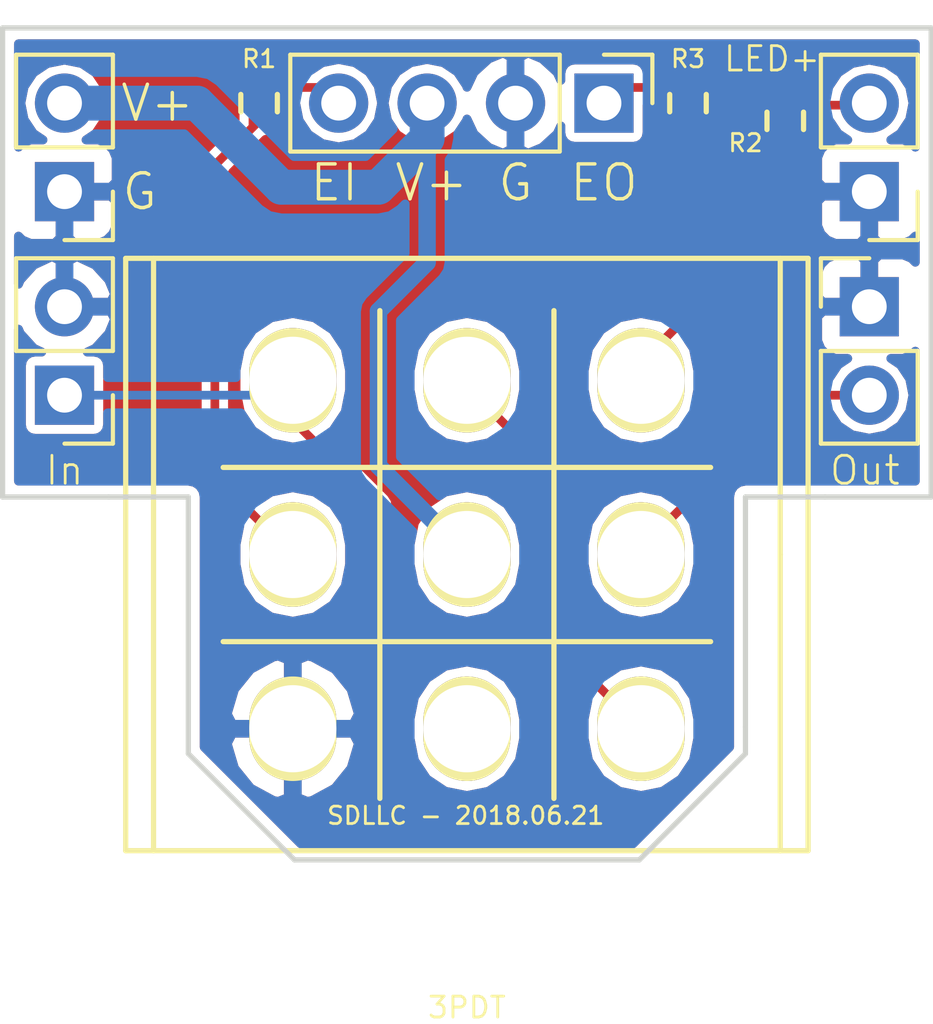
<source format=kicad_pcb>
(kicad_pcb (version 4) (host pcbnew 4.0.5)

  (general
    (links 16)
    (no_connects 0)
    (area 149.022999 86.284999 175.843001 110.311001)
    (thickness 1.6)
    (drawings 23)
    (tracks 38)
    (zones 0)
    (modules 9)
    (nets 11)
  )

  (page A4)
  (layers
    (0 F.Cu signal)
    (31 B.Cu signal)
    (32 B.Adhes user)
    (33 F.Adhes user)
    (34 B.Paste user)
    (35 F.Paste user)
    (36 B.SilkS user)
    (37 F.SilkS user)
    (38 B.Mask user)
    (39 F.Mask user)
    (40 Dwgs.User user)
    (41 Cmts.User user)
    (42 Eco1.User user)
    (43 Eco2.User user)
    (44 Edge.Cuts user)
    (45 Margin user)
    (46 B.CrtYd user)
    (47 F.CrtYd user)
    (48 B.Fab user)
    (49 F.Fab user)
  )

  (setup
    (last_trace_width 0.5)
    (user_trace_width 0.5)
    (user_trace_width 0.75)
    (user_trace_width 1)
    (trace_clearance 0.2)
    (zone_clearance 0.254)
    (zone_45_only no)
    (trace_min 0.2)
    (segment_width 0.2)
    (edge_width 0.15)
    (via_size 0.6)
    (via_drill 0.4)
    (via_min_size 0.4)
    (via_min_drill 0.3)
    (uvia_size 0.3)
    (uvia_drill 0.1)
    (uvias_allowed no)
    (uvia_min_size 0.2)
    (uvia_min_drill 0.1)
    (pcb_text_width 0.3)
    (pcb_text_size 1.5 1.5)
    (mod_edge_width 0.15)
    (mod_text_size 0.6 0.6)
    (mod_text_width 0.08)
    (pad_size 1.524 1.524)
    (pad_drill 0.762)
    (pad_to_mask_clearance 0.2)
    (aux_axis_origin 0 0)
    (visible_elements 7FFEFF7F)
    (pcbplotparams
      (layerselection 0x00030_80000001)
      (usegerberextensions false)
      (excludeedgelayer true)
      (linewidth 0.100000)
      (plotframeref false)
      (viasonmask false)
      (mode 1)
      (useauxorigin false)
      (hpglpennumber 1)
      (hpglpenspeed 20)
      (hpglpendiameter 15)
      (hpglpenoverlay 2)
      (psnegative false)
      (psa4output false)
      (plotreference true)
      (plotvalue true)
      (plotinvisibletext false)
      (padsonsilk false)
      (subtractmaskfromsilk false)
      (outputformat 1)
      (mirror false)
      (drillshape 1)
      (scaleselection 1)
      (outputdirectory ""))
  )

  (net 0 "")
  (net 1 GND)
  (net 2 LED)
  (net 3 Vin)
  (net 4 "Net-(P3-Pad2)")
  (net 5 FX-Out)
  (net 6 FX-In)
  (net 7 "Net-(R1-Pad2)")
  (net 8 "Net-(P4-Pad1)")
  (net 9 "Net-(R2-Pad2)")
  (net 10 "Net-(R3-Pad1)")

  (net_class Default "This is the default net class."
    (clearance 0.2)
    (trace_width 0.25)
    (via_dia 0.6)
    (via_drill 0.4)
    (uvia_dia 0.3)
    (uvia_drill 0.1)
    (add_net FX-In)
    (add_net FX-Out)
    (add_net GND)
    (add_net LED)
    (add_net "Net-(P3-Pad2)")
    (add_net "Net-(P4-Pad1)")
    (add_net "Net-(R1-Pad2)")
    (add_net "Net-(R2-Pad2)")
    (add_net "Net-(R3-Pad1)")
    (add_net Vin)
  )

  (module 3PDT:Switches_Stomp_Switch_3PDT (layer F.Cu) (tedit 5B2C3F5F) (tstamp 593B63ED)
    (at 162.433 101.473)
    (path /593B5BFB)
    (fp_text reference SW1 (at 7.62 8.001) (layer F.SilkS) hide
      (effects (font (size 0.6 0.6) (thickness 0.08)))
    )
    (fp_text value 3PDT (at 0 13) (layer F.SilkS)
      (effects (font (size 0.6 0.6) (thickness 0.08)))
    )
    (fp_line (start 7 2.5) (end -7 2.5) (layer F.SilkS) (width 0.15))
    (fp_line (start -7 -2.5) (end 7 -2.5) (layer F.SilkS) (width 0.15))
    (fp_line (start 2.5 7) (end 2.5 -7) (layer F.SilkS) (width 0.15))
    (fp_line (start -2.5 -7) (end -2.5 7) (layer F.SilkS) (width 0.15))
    (fp_line (start -9 8.5) (end -9.8 8.5) (layer F.SilkS) (width 0.15))
    (fp_line (start -9.8 8.5) (end -9.8 -8.5) (layer F.SilkS) (width 0.15))
    (fp_line (start -9.8 -8.5) (end -9 -8.5) (layer F.SilkS) (width 0.15))
    (fp_line (start 9.8 8.5) (end 9 8.5) (layer F.SilkS) (width 0.15))
    (fp_line (start 9.8 8.5) (end 9.8 -8.5) (layer F.SilkS) (width 0.15))
    (fp_line (start 9.8 -8.5) (end 9 -8.5) (layer F.SilkS) (width 0.15))
    (fp_line (start -9 8.5) (end -9 -8.5) (layer F.SilkS) (width 0.15))
    (fp_line (start -9 -8.5) (end 9 -8.5) (layer F.SilkS) (width 0.15))
    (fp_line (start 9 -8.5) (end 9 0) (layer F.SilkS) (width 0.15))
    (fp_line (start -9 8.5) (end 9 8.5) (layer F.SilkS) (width 0.15))
    (fp_line (start 9 8.5) (end 9 0) (layer F.SilkS) (width 0.15))
    (pad 8 thru_hole oval (at 0 5) (size 2.5 3) (drill 2.5) (layers *.Cu *.Mask F.SilkS))
    (pad 2 thru_hole oval (at 0 -5) (size 2.5 3) (drill 2.5) (layers *.Cu *.Mask F.SilkS)
      (net 9 "Net-(R2-Pad2)"))
    (pad 3 thru_hole oval (at 5 -5) (size 2.5 3) (drill 2.5) (layers *.Cu *.Mask F.SilkS)
      (net 10 "Net-(R3-Pad1)"))
    (pad 9 thru_hole oval (at 5 5) (size 2.5 3) (drill 2.5) (layers *.Cu *.Mask F.SilkS)
      (net 8 "Net-(P4-Pad1)"))
    (pad 7 thru_hole oval (at -5 5) (size 2.5 3) (drill 2.5) (layers *.Cu *.Mask F.SilkS)
      (net 1 GND))
    (pad 1 thru_hole oval (at -5 -5) (size 2.5 3) (drill 2.5) (layers *.Cu *.Mask F.SilkS)
      (net 8 "Net-(P4-Pad1)"))
    (pad 4 thru_hole oval (at -5 0) (size 2.5 3) (drill 2.5) (layers *.Cu *.Mask F.SilkS)
      (net 7 "Net-(R1-Pad2)"))
    (pad 5 thru_hole oval (at 0 0) (size 2.5 3) (drill 2.5) (layers *.Cu *.Mask F.SilkS)
      (net 3 Vin))
    (pad 6 thru_hole oval (at 5 0) (size 2.5 3) (drill 2.5) (layers *.Cu *.Mask F.SilkS)
      (net 4 "Net-(P3-Pad2)"))
  )

  (module Pin_Headers:Pin_Header_Straight_1x02_Pitch2.54mm (layer F.Cu) (tedit 5B2C4112) (tstamp 593B5C15)
    (at 173.99 91.059 180)
    (descr "Through hole straight pin header, 1x02, 2.54mm pitch, single row")
    (tags "Through hole pin header THT 1x02 2.54mm single row")
    (path /593B65D1)
    (fp_text reference P1 (at -2.54 1.143 180) (layer F.SilkS) hide
      (effects (font (size 0.6 0.6) (thickness 0.08)))
    )
    (fp_text value LED (at 0 4.93 180) (layer F.Fab)
      (effects (font (size 0.6 0.6) (thickness 0.08)))
    )
    (fp_line (start -1.27 -1.27) (end -1.27 3.81) (layer F.Fab) (width 0.1))
    (fp_line (start -1.27 3.81) (end 1.27 3.81) (layer F.Fab) (width 0.1))
    (fp_line (start 1.27 3.81) (end 1.27 -1.27) (layer F.Fab) (width 0.1))
    (fp_line (start 1.27 -1.27) (end -1.27 -1.27) (layer F.Fab) (width 0.1))
    (fp_line (start -1.39 1.27) (end -1.39 3.93) (layer F.SilkS) (width 0.12))
    (fp_line (start -1.39 3.93) (end 1.39 3.93) (layer F.SilkS) (width 0.12))
    (fp_line (start 1.39 3.93) (end 1.39 1.27) (layer F.SilkS) (width 0.12))
    (fp_line (start 1.39 1.27) (end -1.39 1.27) (layer F.SilkS) (width 0.12))
    (fp_line (start -1.39 0) (end -1.39 -1.39) (layer F.SilkS) (width 0.12))
    (fp_line (start -1.39 -1.39) (end 0 -1.39) (layer F.SilkS) (width 0.12))
    (fp_line (start -1.6 -1.6) (end -1.6 4.1) (layer F.CrtYd) (width 0.05))
    (fp_line (start -1.6 4.1) (end 1.6 4.1) (layer F.CrtYd) (width 0.05))
    (fp_line (start 1.6 4.1) (end 1.6 -1.6) (layer F.CrtYd) (width 0.05))
    (fp_line (start 1.6 -1.6) (end -1.6 -1.6) (layer F.CrtYd) (width 0.05))
    (pad 1 thru_hole rect (at 0 0 180) (size 1.7 1.7) (drill 1) (layers *.Cu *.Mask)
      (net 1 GND))
    (pad 2 thru_hole oval (at 0 2.54 180) (size 1.7 1.7) (drill 1) (layers *.Cu *.Mask)
      (net 2 LED))
    (model Pin_Headers.3dshapes/Pin_Header_Straight_1x02_Pitch2.54mm.wrl
      (at (xyz 0 -0.05 0))
      (scale (xyz 1 1 1))
      (rotate (xyz 0 0 90))
    )
  )

  (module Pin_Headers:Pin_Header_Straight_1x02_Pitch2.54mm (layer F.Cu) (tedit 5B2C410C) (tstamp 593B5C1B)
    (at 150.876 91.059 180)
    (descr "Through hole straight pin header, 1x02, 2.54mm pitch, single row")
    (tags "Through hole pin header THT 1x02 2.54mm single row")
    (path /593B5C02)
    (fp_text reference P2 (at 2.667 1.143 180) (layer F.SilkS) hide
      (effects (font (size 0.6 0.6) (thickness 0.08)))
    )
    (fp_text value Power (at 0 4.93 180) (layer F.Fab)
      (effects (font (size 0.6 0.6) (thickness 0.08)))
    )
    (fp_line (start -1.27 -1.27) (end -1.27 3.81) (layer F.Fab) (width 0.1))
    (fp_line (start -1.27 3.81) (end 1.27 3.81) (layer F.Fab) (width 0.1))
    (fp_line (start 1.27 3.81) (end 1.27 -1.27) (layer F.Fab) (width 0.1))
    (fp_line (start 1.27 -1.27) (end -1.27 -1.27) (layer F.Fab) (width 0.1))
    (fp_line (start -1.39 1.27) (end -1.39 3.93) (layer F.SilkS) (width 0.12))
    (fp_line (start -1.39 3.93) (end 1.39 3.93) (layer F.SilkS) (width 0.12))
    (fp_line (start 1.39 3.93) (end 1.39 1.27) (layer F.SilkS) (width 0.12))
    (fp_line (start 1.39 1.27) (end -1.39 1.27) (layer F.SilkS) (width 0.12))
    (fp_line (start -1.39 0) (end -1.39 -1.39) (layer F.SilkS) (width 0.12))
    (fp_line (start -1.39 -1.39) (end 0 -1.39) (layer F.SilkS) (width 0.12))
    (fp_line (start -1.6 -1.6) (end -1.6 4.1) (layer F.CrtYd) (width 0.05))
    (fp_line (start -1.6 4.1) (end 1.6 4.1) (layer F.CrtYd) (width 0.05))
    (fp_line (start 1.6 4.1) (end 1.6 -1.6) (layer F.CrtYd) (width 0.05))
    (fp_line (start 1.6 -1.6) (end -1.6 -1.6) (layer F.CrtYd) (width 0.05))
    (pad 1 thru_hole rect (at 0 0 180) (size 1.7 1.7) (drill 1) (layers *.Cu *.Mask)
      (net 1 GND))
    (pad 2 thru_hole oval (at 0 2.54 180) (size 1.7 1.7) (drill 1) (layers *.Cu *.Mask)
      (net 3 Vin))
    (model Pin_Headers.3dshapes/Pin_Header_Straight_1x02_Pitch2.54mm.wrl
      (at (xyz 0 -0.05 0))
      (scale (xyz 1 1 1))
      (rotate (xyz 0 0 90))
    )
  )

  (module Pin_Headers:Pin_Header_Straight_1x02_Pitch2.54mm (layer F.Cu) (tedit 5B2C4153) (tstamp 593B5C21)
    (at 173.99 94.361)
    (descr "Through hole straight pin header, 1x02, 2.54mm pitch, single row")
    (tags "Through hole pin header THT 1x02 2.54mm single row")
    (path /593B5BFC)
    (fp_text reference P3 (at 3.937 1.524) (layer F.SilkS) hide
      (effects (font (size 0.6 0.6) (thickness 0.08)))
    )
    (fp_text value OutJack (at 0 4.93) (layer F.Fab)
      (effects (font (size 0.6 0.6) (thickness 0.08)))
    )
    (fp_line (start -1.27 -1.27) (end -1.27 3.81) (layer F.Fab) (width 0.1))
    (fp_line (start -1.27 3.81) (end 1.27 3.81) (layer F.Fab) (width 0.1))
    (fp_line (start 1.27 3.81) (end 1.27 -1.27) (layer F.Fab) (width 0.1))
    (fp_line (start 1.27 -1.27) (end -1.27 -1.27) (layer F.Fab) (width 0.1))
    (fp_line (start -1.39 1.27) (end -1.39 3.93) (layer F.SilkS) (width 0.12))
    (fp_line (start -1.39 3.93) (end 1.39 3.93) (layer F.SilkS) (width 0.12))
    (fp_line (start 1.39 3.93) (end 1.39 1.27) (layer F.SilkS) (width 0.12))
    (fp_line (start 1.39 1.27) (end -1.39 1.27) (layer F.SilkS) (width 0.12))
    (fp_line (start -1.39 0) (end -1.39 -1.39) (layer F.SilkS) (width 0.12))
    (fp_line (start -1.39 -1.39) (end 0 -1.39) (layer F.SilkS) (width 0.12))
    (fp_line (start -1.6 -1.6) (end -1.6 4.1) (layer F.CrtYd) (width 0.05))
    (fp_line (start -1.6 4.1) (end 1.6 4.1) (layer F.CrtYd) (width 0.05))
    (fp_line (start 1.6 4.1) (end 1.6 -1.6) (layer F.CrtYd) (width 0.05))
    (fp_line (start 1.6 -1.6) (end -1.6 -1.6) (layer F.CrtYd) (width 0.05))
    (pad 1 thru_hole rect (at 0 0) (size 1.7 1.7) (drill 1) (layers *.Cu *.Mask)
      (net 1 GND))
    (pad 2 thru_hole oval (at 0 2.54) (size 1.7 1.7) (drill 1) (layers *.Cu *.Mask)
      (net 4 "Net-(P3-Pad2)"))
    (model Pin_Headers.3dshapes/Pin_Header_Straight_1x02_Pitch2.54mm.wrl
      (at (xyz 0 -0.05 0))
      (scale (xyz 1 1 1))
      (rotate (xyz 0 0 90))
    )
  )

  (module Pin_Headers:Pin_Header_Straight_1x02_Pitch2.54mm (layer F.Cu) (tedit 5B2C4110) (tstamp 593B5C27)
    (at 150.876 96.901 180)
    (descr "Through hole straight pin header, 1x02, 2.54mm pitch, single row")
    (tags "Through hole pin header THT 1x02 2.54mm single row")
    (path /593B5BFE)
    (fp_text reference P4 (at 2.54 1.397 180) (layer F.SilkS) hide
      (effects (font (size 0.6 0.6) (thickness 0.08)))
    )
    (fp_text value InJack (at 0 4.93 180) (layer F.Fab)
      (effects (font (size 0.6 0.6) (thickness 0.08)))
    )
    (fp_line (start -1.27 -1.27) (end -1.27 3.81) (layer F.Fab) (width 0.1))
    (fp_line (start -1.27 3.81) (end 1.27 3.81) (layer F.Fab) (width 0.1))
    (fp_line (start 1.27 3.81) (end 1.27 -1.27) (layer F.Fab) (width 0.1))
    (fp_line (start 1.27 -1.27) (end -1.27 -1.27) (layer F.Fab) (width 0.1))
    (fp_line (start -1.39 1.27) (end -1.39 3.93) (layer F.SilkS) (width 0.12))
    (fp_line (start -1.39 3.93) (end 1.39 3.93) (layer F.SilkS) (width 0.12))
    (fp_line (start 1.39 3.93) (end 1.39 1.27) (layer F.SilkS) (width 0.12))
    (fp_line (start 1.39 1.27) (end -1.39 1.27) (layer F.SilkS) (width 0.12))
    (fp_line (start -1.39 0) (end -1.39 -1.39) (layer F.SilkS) (width 0.12))
    (fp_line (start -1.39 -1.39) (end 0 -1.39) (layer F.SilkS) (width 0.12))
    (fp_line (start -1.6 -1.6) (end -1.6 4.1) (layer F.CrtYd) (width 0.05))
    (fp_line (start -1.6 4.1) (end 1.6 4.1) (layer F.CrtYd) (width 0.05))
    (fp_line (start 1.6 4.1) (end 1.6 -1.6) (layer F.CrtYd) (width 0.05))
    (fp_line (start 1.6 -1.6) (end -1.6 -1.6) (layer F.CrtYd) (width 0.05))
    (pad 1 thru_hole rect (at 0 0 180) (size 1.7 1.7) (drill 1) (layers *.Cu *.Mask)
      (net 8 "Net-(P4-Pad1)"))
    (pad 2 thru_hole oval (at 0 2.54 180) (size 1.7 1.7) (drill 1) (layers *.Cu *.Mask)
      (net 1 GND))
    (model Pin_Headers.3dshapes/Pin_Header_Straight_1x02_Pitch2.54mm.wrl
      (at (xyz 0 -0.05 0))
      (scale (xyz 1 1 1))
      (rotate (xyz 0 0 90))
    )
  )

  (module Pin_Headers:Pin_Header_Straight_1x04_Pitch2.54mm (layer F.Cu) (tedit 593B5ED9) (tstamp 593B5C2F)
    (at 166.37 88.519 270)
    (descr "Through hole straight pin header, 1x04, 2.54mm pitch, single row")
    (tags "Through hole pin header THT 1x04 2.54mm single row")
    (path /593B6055)
    (fp_text reference P5 (at -2.032 3.81 360) (layer F.SilkS) hide
      (effects (font (size 0.6 0.6) (thickness 0.08)))
    )
    (fp_text value CONN_01X04 (at 0 10.01 270) (layer F.Fab)
      (effects (font (size 0.6 0.6) (thickness 0.08)))
    )
    (fp_line (start -1.27 -1.27) (end -1.27 8.89) (layer F.Fab) (width 0.1))
    (fp_line (start -1.27 8.89) (end 1.27 8.89) (layer F.Fab) (width 0.1))
    (fp_line (start 1.27 8.89) (end 1.27 -1.27) (layer F.Fab) (width 0.1))
    (fp_line (start 1.27 -1.27) (end -1.27 -1.27) (layer F.Fab) (width 0.1))
    (fp_line (start -1.39 1.27) (end -1.39 9.01) (layer F.SilkS) (width 0.12))
    (fp_line (start -1.39 9.01) (end 1.39 9.01) (layer F.SilkS) (width 0.12))
    (fp_line (start 1.39 9.01) (end 1.39 1.27) (layer F.SilkS) (width 0.12))
    (fp_line (start 1.39 1.27) (end -1.39 1.27) (layer F.SilkS) (width 0.12))
    (fp_line (start -1.39 0) (end -1.39 -1.39) (layer F.SilkS) (width 0.12))
    (fp_line (start -1.39 -1.39) (end 0 -1.39) (layer F.SilkS) (width 0.12))
    (fp_line (start -1.6 -1.6) (end -1.6 9.2) (layer F.CrtYd) (width 0.05))
    (fp_line (start -1.6 9.2) (end 1.6 9.2) (layer F.CrtYd) (width 0.05))
    (fp_line (start 1.6 9.2) (end 1.6 -1.6) (layer F.CrtYd) (width 0.05))
    (fp_line (start 1.6 -1.6) (end -1.6 -1.6) (layer F.CrtYd) (width 0.05))
    (pad 1 thru_hole rect (at 0 0 270) (size 1.7 1.7) (drill 1) (layers *.Cu *.Mask)
      (net 5 FX-Out))
    (pad 2 thru_hole oval (at 0 2.54 270) (size 1.7 1.7) (drill 1) (layers *.Cu *.Mask)
      (net 1 GND))
    (pad 3 thru_hole oval (at 0 5.08 270) (size 1.7 1.7) (drill 1) (layers *.Cu *.Mask)
      (net 3 Vin))
    (pad 4 thru_hole oval (at 0 7.62 270) (size 1.7 1.7) (drill 1) (layers *.Cu *.Mask)
      (net 6 FX-In))
    (model Pin_Headers.3dshapes/Pin_Header_Straight_1x04_Pitch2.54mm.wrl
      (at (xyz 0 -0.15 0))
      (scale (xyz 1 1 1))
      (rotate (xyz 0 0 90))
    )
  )

  (module Resistors_SMD:R_0402 (layer F.Cu) (tedit 5B2C40C9) (tstamp 5B2C3F0A)
    (at 156.464 88.519 270)
    (descr "Resistor SMD 0402, reflow soldering, Vishay (see dcrcw.pdf)")
    (tags "resistor 0402")
    (path /5B2CA557)
    (attr smd)
    (fp_text reference R1 (at -1.27 0 360) (layer F.SilkS)
      (effects (font (size 0.5 0.5) (thickness 0.08)))
    )
    (fp_text value 33k (at 0 1.8 270) (layer F.Fab)
      (effects (font (size 1 1) (thickness 0.15)))
    )
    (fp_line (start -0.5 0.25) (end -0.5 -0.25) (layer F.Fab) (width 0.1))
    (fp_line (start 0.5 0.25) (end -0.5 0.25) (layer F.Fab) (width 0.1))
    (fp_line (start 0.5 -0.25) (end 0.5 0.25) (layer F.Fab) (width 0.1))
    (fp_line (start -0.5 -0.25) (end 0.5 -0.25) (layer F.Fab) (width 0.1))
    (fp_line (start -0.95 -0.65) (end 0.95 -0.65) (layer F.CrtYd) (width 0.05))
    (fp_line (start -0.95 0.65) (end 0.95 0.65) (layer F.CrtYd) (width 0.05))
    (fp_line (start -0.95 -0.65) (end -0.95 0.65) (layer F.CrtYd) (width 0.05))
    (fp_line (start 0.95 -0.65) (end 0.95 0.65) (layer F.CrtYd) (width 0.05))
    (fp_line (start 0.25 -0.525) (end -0.25 -0.525) (layer F.SilkS) (width 0.15))
    (fp_line (start -0.25 0.525) (end 0.25 0.525) (layer F.SilkS) (width 0.15))
    (pad 1 smd rect (at -0.45 0 270) (size 0.4 0.6) (layers F.Cu F.Paste F.Mask)
      (net 6 FX-In))
    (pad 2 smd rect (at 0.45 0 270) (size 0.4 0.6) (layers F.Cu F.Paste F.Mask)
      (net 7 "Net-(R1-Pad2)"))
    (model Resistors_SMD.3dshapes/R_0402.wrl
      (at (xyz 0 0 0))
      (scale (xyz 1 1 1))
      (rotate (xyz 0 0 0))
    )
  )

  (module Resistors_SMD:R_0402 (layer F.Cu) (tedit 5B2C43DE) (tstamp 5B2C3F14)
    (at 171.577 89.027 270)
    (descr "Resistor SMD 0402, reflow soldering, Vishay (see dcrcw.pdf)")
    (tags "resistor 0402")
    (path /593B6ACF)
    (attr smd)
    (fp_text reference R2 (at 0.635 1.143 360) (layer F.SilkS)
      (effects (font (size 0.5 0.5) (thickness 0.08)))
    )
    (fp_text value 220R (at 0 1.8 270) (layer F.Fab)
      (effects (font (size 1 1) (thickness 0.15)))
    )
    (fp_line (start -0.5 0.25) (end -0.5 -0.25) (layer F.Fab) (width 0.1))
    (fp_line (start 0.5 0.25) (end -0.5 0.25) (layer F.Fab) (width 0.1))
    (fp_line (start 0.5 -0.25) (end 0.5 0.25) (layer F.Fab) (width 0.1))
    (fp_line (start -0.5 -0.25) (end 0.5 -0.25) (layer F.Fab) (width 0.1))
    (fp_line (start -0.95 -0.65) (end 0.95 -0.65) (layer F.CrtYd) (width 0.05))
    (fp_line (start -0.95 0.65) (end 0.95 0.65) (layer F.CrtYd) (width 0.05))
    (fp_line (start -0.95 -0.65) (end -0.95 0.65) (layer F.CrtYd) (width 0.05))
    (fp_line (start 0.95 -0.65) (end 0.95 0.65) (layer F.CrtYd) (width 0.05))
    (fp_line (start 0.25 -0.525) (end -0.25 -0.525) (layer F.SilkS) (width 0.15))
    (fp_line (start -0.25 0.525) (end 0.25 0.525) (layer F.SilkS) (width 0.15))
    (pad 1 smd rect (at -0.45 0 270) (size 0.4 0.6) (layers F.Cu F.Paste F.Mask)
      (net 2 LED))
    (pad 2 smd rect (at 0.45 0 270) (size 0.4 0.6) (layers F.Cu F.Paste F.Mask)
      (net 9 "Net-(R2-Pad2)"))
    (model Resistors_SMD.3dshapes/R_0402.wrl
      (at (xyz 0 0 0))
      (scale (xyz 1 1 1))
      (rotate (xyz 0 0 0))
    )
  )

  (module Resistors_SMD:R_0402 (layer F.Cu) (tedit 5B2C40D7) (tstamp 5B2C3F1A)
    (at 168.783 88.519 90)
    (descr "Resistor SMD 0402, reflow soldering, Vishay (see dcrcw.pdf)")
    (tags "resistor 0402")
    (path /5B2C9B96)
    (attr smd)
    (fp_text reference R3 (at 1.27 0 180) (layer F.SilkS)
      (effects (font (size 0.5 0.5) (thickness 0.08)))
    )
    (fp_text value 33k (at 0 1.8 90) (layer F.Fab)
      (effects (font (size 1 1) (thickness 0.15)))
    )
    (fp_line (start -0.5 0.25) (end -0.5 -0.25) (layer F.Fab) (width 0.1))
    (fp_line (start 0.5 0.25) (end -0.5 0.25) (layer F.Fab) (width 0.1))
    (fp_line (start 0.5 -0.25) (end 0.5 0.25) (layer F.Fab) (width 0.1))
    (fp_line (start -0.5 -0.25) (end 0.5 -0.25) (layer F.Fab) (width 0.1))
    (fp_line (start -0.95 -0.65) (end 0.95 -0.65) (layer F.CrtYd) (width 0.05))
    (fp_line (start -0.95 0.65) (end 0.95 0.65) (layer F.CrtYd) (width 0.05))
    (fp_line (start -0.95 -0.65) (end -0.95 0.65) (layer F.CrtYd) (width 0.05))
    (fp_line (start 0.95 -0.65) (end 0.95 0.65) (layer F.CrtYd) (width 0.05))
    (fp_line (start 0.25 -0.525) (end -0.25 -0.525) (layer F.SilkS) (width 0.15))
    (fp_line (start -0.25 0.525) (end 0.25 0.525) (layer F.SilkS) (width 0.15))
    (pad 1 smd rect (at -0.45 0 90) (size 0.4 0.6) (layers F.Cu F.Paste F.Mask)
      (net 10 "Net-(R3-Pad1)"))
    (pad 2 smd rect (at 0.45 0 90) (size 0.4 0.6) (layers F.Cu F.Paste F.Mask)
      (net 5 FX-Out))
    (model Resistors_SMD.3dshapes/R_0402.wrl
      (at (xyz 0 0 0))
      (scale (xyz 1 1 1))
      (rotate (xyz 0 0 0))
    )
  )

  (gr_line (start 170.434 107.188) (end 170.434 106.426) (angle 90) (layer Edge.Cuts) (width 0.15))
  (gr_line (start 157.48 110.236) (end 167.386 110.236) (angle 90) (layer Edge.Cuts) (width 0.15))
  (gr_line (start 170.434 107.188) (end 167.386 110.236) (angle 90) (layer Edge.Cuts) (width 0.15))
  (gr_line (start 170.434 99.822) (end 172.72 99.822) (angle 90) (layer Edge.Cuts) (width 0.15))
  (gr_line (start 170.434 106.426) (end 170.434 99.822) (angle 90) (layer Edge.Cuts) (width 0.15))
  (gr_line (start 154.432 107.188) (end 157.48 110.236) (angle 90) (layer Edge.Cuts) (width 0.15))
  (gr_line (start 154.432 99.822) (end 154.432 107.188) (angle 90) (layer Edge.Cuts) (width 0.15))
  (gr_line (start 152.146 99.822) (end 154.432 99.822) (angle 90) (layer Edge.Cuts) (width 0.15))
  (gr_line (start 175.768 86.36) (end 149.098 86.36) (angle 90) (layer Edge.Cuts) (width 0.15))
  (gr_line (start 149.098 99.822) (end 149.098 86.36) (angle 90) (layer Edge.Cuts) (width 0.15))
  (gr_line (start 152.146 99.822) (end 149.098 99.822) (angle 90) (layer Edge.Cuts) (width 0.15))
  (gr_line (start 175.768 99.822) (end 172.72 99.822) (angle 90) (layer Edge.Cuts) (width 0.15))
  (gr_line (start 175.768 86.36) (end 175.768 99.822) (angle 90) (layer Edge.Cuts) (width 0.15))
  (gr_text "SDLLC - 2018.06.21" (at 158.369 108.966) (layer F.SilkS)
    (effects (font (size 0.5 0.5) (thickness 0.08)) (justify left))
  )
  (gr_text Out (at 173.863 99.06) (layer F.SilkS)
    (effects (font (size 0.8 0.8) (thickness 0.08)))
  )
  (gr_text In (at 150.876 99.06) (layer F.SilkS)
    (effects (font (size 0.8 0.8) (thickness 0.08)))
  )
  (gr_text LED+ (at 171.196 87.249) (layer F.SilkS)
    (effects (font (size 0.7 0.7) (thickness 0.08)))
  )
  (gr_text G (at 153.035 91.059) (layer F.SilkS)
    (effects (font (size 1 1) (thickness 0.1)))
  )
  (gr_text G (at 163.83 90.805) (layer F.SilkS)
    (effects (font (size 1 1) (thickness 0.1)))
  )
  (gr_text "EO\n" (at 166.37 90.805) (layer F.SilkS)
    (effects (font (size 1 1) (thickness 0.1)))
  )
  (gr_text EI (at 158.623 90.805) (layer F.SilkS)
    (effects (font (size 1 1) (thickness 0.1)))
  )
  (gr_text V+ (at 161.417 90.805) (layer F.SilkS)
    (effects (font (size 1 1) (thickness 0.1)))
  )
  (gr_text V+ (at 153.543 88.519) (layer F.SilkS)
    (effects (font (size 1 1) (thickness 0.1)))
  )

  (segment (start 171.577 88.577) (end 173.932 88.577) (width 0.25) (layer F.Cu) (net 2))
  (segment (start 173.932 88.577) (end 173.99 88.519) (width 0.25) (layer F.Cu) (net 2) (tstamp 5B2C41FA))
  (segment (start 161.29 88.519) (end 161.29 93.091) (width 0.5) (layer B.Cu) (net 3))
  (segment (start 161.29 93.091) (end 159.893 94.488) (width 0.5) (layer B.Cu) (net 3) (tstamp 5B2C4218))
  (segment (start 159.893 94.488) (end 159.893 98.933) (width 0.5) (layer B.Cu) (net 3) (tstamp 5B2C4219))
  (segment (start 159.893 98.933) (end 162.433 101.473) (width 0.5) (layer B.Cu) (net 3) (tstamp 5B2C421A))
  (segment (start 150.876 88.519) (end 154.686 88.519) (width 1) (layer B.Cu) (net 3))
  (segment (start 161.29 89.535) (end 161.29 88.519) (width 1) (layer B.Cu) (net 3) (tstamp 5B2C40A0))
  (segment (start 159.893 90.932) (end 161.29 89.535) (width 1) (layer B.Cu) (net 3) (tstamp 5B2C409F))
  (segment (start 157.099 90.932) (end 159.893 90.932) (width 1) (layer B.Cu) (net 3) (tstamp 5B2C409B))
  (segment (start 154.686 88.519) (end 157.099 90.932) (width 1) (layer B.Cu) (net 3) (tstamp 5B2C4098))
  (segment (start 167.433 101.473) (end 167.433 101.299) (width 0.25) (layer F.Cu) (net 4))
  (segment (start 167.433 101.299) (end 171.831 96.901) (width 0.25) (layer F.Cu) (net 4) (tstamp 5B2C46FC))
  (segment (start 171.831 96.901) (end 173.99 96.901) (width 0.25) (layer F.Cu) (net 4) (tstamp 5B2C4701))
  (segment (start 168.783 88.069) (end 166.82 88.069) (width 0.25) (layer F.Cu) (net 5))
  (segment (start 166.82 88.069) (end 166.37 88.519) (width 0.25) (layer F.Cu) (net 5) (tstamp 5B2C4087))
  (segment (start 156.464 88.069) (end 158.3 88.069) (width 0.25) (layer F.Cu) (net 6))
  (segment (start 158.3 88.069) (end 158.75 88.519) (width 0.25) (layer F.Cu) (net 6) (tstamp 5B2C4083))
  (segment (start 156.464 88.969) (end 156.464 89.027) (width 0.25) (layer F.Cu) (net 7))
  (segment (start 156.464 89.027) (end 155.194 90.297) (width 0.25) (layer F.Cu) (net 7) (tstamp 5B2C40B6))
  (segment (start 155.194 90.297) (end 155.194 99.234) (width 0.25) (layer F.Cu) (net 7) (tstamp 5B2C40B7))
  (segment (start 155.194 99.234) (end 157.433 101.473) (width 0.25) (layer F.Cu) (net 7) (tstamp 5B2C40BA))
  (segment (start 157.433 96.473) (end 157.433 97.616) (width 0.25) (layer F.Cu) (net 8))
  (segment (start 157.433 97.616) (end 159.893 100.076) (width 0.25) (layer F.Cu) (net 8) (tstamp 5B2C4209))
  (segment (start 164.846 103.886) (end 167.433 106.473) (width 0.25) (layer F.Cu) (net 8) (tstamp 5B2C420F))
  (segment (start 160.401 103.886) (end 164.846 103.886) (width 0.25) (layer F.Cu) (net 8) (tstamp 5B2C420E))
  (segment (start 159.893 103.378) (end 160.401 103.886) (width 0.25) (layer F.Cu) (net 8) (tstamp 5B2C420D))
  (segment (start 159.893 100.076) (end 159.893 103.378) (width 0.25) (layer F.Cu) (net 8) (tstamp 5B2C420B))
  (segment (start 150.876 96.901) (end 157.005 96.901) (width 0.25) (layer B.Cu) (net 8))
  (segment (start 157.005 96.901) (end 157.433 96.473) (width 0.25) (layer B.Cu) (net 8) (tstamp 5B2C4223))
  (segment (start 162.433 96.473) (end 162.433 96.647) (width 0.25) (layer F.Cu) (net 9))
  (segment (start 162.433 96.647) (end 164.719 98.933) (width 0.25) (layer F.Cu) (net 9) (tstamp 5B2C41EE))
  (segment (start 164.719 98.933) (end 167.767 98.933) (width 0.25) (layer F.Cu) (net 9) (tstamp 5B2C41EF))
  (segment (start 167.767 98.933) (end 171.577 95.123) (width 0.25) (layer F.Cu) (net 9) (tstamp 5B2C41F1))
  (segment (start 171.577 95.123) (end 171.577 89.477) (width 0.25) (layer F.Cu) (net 9) (tstamp 5B2C41F3))
  (segment (start 167.433 96.473) (end 167.433 95.965) (width 0.25) (layer F.Cu) (net 10))
  (segment (start 167.433 95.965) (end 168.783 94.615) (width 0.25) (layer F.Cu) (net 10) (tstamp 5B2C41FD))
  (segment (start 168.783 94.615) (end 168.783 88.969) (width 0.25) (layer F.Cu) (net 10) (tstamp 5B2C41FE))

  (zone (net 1) (net_name GND) (layer F.Cu) (tstamp 5B2C4777) (hatch edge 0.508)
    (connect_pads (clearance 0.254))
    (min_thickness 0.254)
    (fill yes (arc_segments 16) (thermal_gap 0.508) (thermal_bridge_width 0.508))
    (polygon
      (pts
        (xy 175.768 99.822) (xy 170.434 99.822) (xy 170.434 107.188) (xy 167.386 110.236) (xy 157.48 110.236)
        (xy 154.432 107.188) (xy 154.432 99.822) (xy 149.098 99.822) (xy 149.098 86.36) (xy 175.768 86.36)
      )
    )
    (filled_polygon
      (pts
        (xy 175.312 89.782974) (xy 175.199698 89.670673) (xy 174.966309 89.574) (xy 174.608364 89.574) (xy 174.884565 89.389448)
        (xy 175.151413 88.990083) (xy 175.245117 88.519) (xy 175.151413 88.047917) (xy 174.884565 87.648552) (xy 174.4852 87.381704)
        (xy 174.014117 87.288) (xy 173.965883 87.288) (xy 173.4948 87.381704) (xy 173.095435 87.648552) (xy 172.828587 88.047917)
        (xy 172.823996 88.071) (xy 172.104032 88.071) (xy 172.028134 88.019141) (xy 171.877 87.988536) (xy 171.277 87.988536)
        (xy 171.13581 88.015103) (xy 171.006135 88.098546) (xy 170.919141 88.225866) (xy 170.888536 88.377) (xy 170.888536 88.777)
        (xy 170.915103 88.91819) (xy 170.985883 89.028186) (xy 170.919141 89.125866) (xy 170.888536 89.277) (xy 170.888536 89.677)
        (xy 170.915103 89.81819) (xy 170.998546 89.947865) (xy 171.071 89.997371) (xy 171.071 94.913408) (xy 169.024133 96.960275)
        (xy 169.064 96.759851) (xy 169.064 96.186149) (xy 168.939848 95.561992) (xy 168.784337 95.329255) (xy 169.140796 94.972796)
        (xy 169.250483 94.808638) (xy 169.289 94.615) (xy 169.289 89.489193) (xy 169.353865 89.447454) (xy 169.440859 89.320134)
        (xy 169.471464 89.169) (xy 169.471464 88.769) (xy 169.444897 88.62781) (xy 169.374117 88.517814) (xy 169.440859 88.420134)
        (xy 169.471464 88.269) (xy 169.471464 87.869) (xy 169.444897 87.72781) (xy 169.361454 87.598135) (xy 169.234134 87.511141)
        (xy 169.083 87.480536) (xy 168.483 87.480536) (xy 168.34181 87.507103) (xy 168.254943 87.563) (xy 167.588519 87.563)
        (xy 167.581897 87.52781) (xy 167.498454 87.398135) (xy 167.371134 87.311141) (xy 167.22 87.280536) (xy 165.52 87.280536)
        (xy 165.37881 87.307103) (xy 165.249135 87.390546) (xy 165.162141 87.517866) (xy 165.131536 87.669) (xy 165.131536 87.864105)
        (xy 165.025183 87.637642) (xy 164.596924 87.247355) (xy 164.18689 87.077524) (xy 163.957 87.198845) (xy 163.957 88.392)
        (xy 163.977 88.392) (xy 163.977 88.646) (xy 163.957 88.646) (xy 163.957 89.839155) (xy 164.18689 89.960476)
        (xy 164.596924 89.790645) (xy 165.025183 89.400358) (xy 165.131536 89.173895) (xy 165.131536 89.369) (xy 165.158103 89.51019)
        (xy 165.241546 89.639865) (xy 165.368866 89.726859) (xy 165.52 89.757464) (xy 167.22 89.757464) (xy 167.36119 89.730897)
        (xy 167.490865 89.647454) (xy 167.577859 89.520134) (xy 167.608464 89.369) (xy 167.608464 88.575) (xy 168.15443 88.575)
        (xy 168.125141 88.617866) (xy 168.094536 88.769) (xy 168.094536 89.169) (xy 168.121103 89.31019) (xy 168.204546 89.439865)
        (xy 168.277 89.489371) (xy 168.277 94.405408) (xy 168.012074 94.670334) (xy 167.433 94.555149) (xy 166.808843 94.679301)
        (xy 166.279709 95.032858) (xy 165.926152 95.561992) (xy 165.802 96.186149) (xy 165.802 96.759851) (xy 165.926152 97.384008)
        (xy 166.279709 97.913142) (xy 166.808843 98.266699) (xy 167.433 98.390851) (xy 167.633424 98.350984) (xy 167.557408 98.427)
        (xy 164.928592 98.427) (xy 163.918119 97.416527) (xy 163.939848 97.384008) (xy 164.064 96.759851) (xy 164.064 96.186149)
        (xy 163.939848 95.561992) (xy 163.586291 95.032858) (xy 163.057157 94.679301) (xy 162.433 94.555149) (xy 161.808843 94.679301)
        (xy 161.279709 95.032858) (xy 160.926152 95.561992) (xy 160.802 96.186149) (xy 160.802 96.759851) (xy 160.926152 97.384008)
        (xy 161.279709 97.913142) (xy 161.808843 98.266699) (xy 162.433 98.390851) (xy 163.057157 98.266699) (xy 163.224975 98.154567)
        (xy 164.361204 99.290796) (xy 164.525362 99.400483) (xy 164.719 99.439) (xy 167.767 99.439) (xy 167.960638 99.400483)
        (xy 168.124796 99.290796) (xy 171.934796 95.480796) (xy 172.03067 95.33731) (xy 172.044483 95.316638) (xy 172.083 95.123)
        (xy 172.083 93.38469) (xy 172.505 93.38469) (xy 172.505 94.07525) (xy 172.66375 94.234) (xy 173.863 94.234)
        (xy 173.863 93.03475) (xy 173.70425 92.876) (xy 173.013691 92.876) (xy 172.780302 92.972673) (xy 172.601673 93.151301)
        (xy 172.505 93.38469) (xy 172.083 93.38469) (xy 172.083 91.34475) (xy 172.505 91.34475) (xy 172.505 92.03531)
        (xy 172.601673 92.268699) (xy 172.780302 92.447327) (xy 173.013691 92.544) (xy 173.70425 92.544) (xy 173.863 92.38525)
        (xy 173.863 91.186) (xy 172.66375 91.186) (xy 172.505 91.34475) (xy 172.083 91.34475) (xy 172.083 89.997193)
        (xy 172.147865 89.955454) (xy 172.234859 89.828134) (xy 172.265464 89.677) (xy 172.265464 89.277) (xy 172.238897 89.13581)
        (xy 172.204915 89.083) (xy 172.890672 89.083) (xy 173.095435 89.389448) (xy 173.371636 89.574) (xy 173.013691 89.574)
        (xy 172.780302 89.670673) (xy 172.601673 89.849301) (xy 172.505 90.08269) (xy 172.505 90.77325) (xy 172.66375 90.932)
        (xy 173.863 90.932) (xy 173.863 90.912) (xy 174.117 90.912) (xy 174.117 90.932) (xy 174.137 90.932)
        (xy 174.137 91.186) (xy 174.117 91.186) (xy 174.117 92.38525) (xy 174.27575 92.544) (xy 174.966309 92.544)
        (xy 175.199698 92.447327) (xy 175.312 92.335026) (xy 175.312 93.084974) (xy 175.199698 92.972673) (xy 174.966309 92.876)
        (xy 174.27575 92.876) (xy 174.117 93.03475) (xy 174.117 94.234) (xy 174.137 94.234) (xy 174.137 94.488)
        (xy 174.117 94.488) (xy 174.117 94.508) (xy 173.863 94.508) (xy 173.863 94.488) (xy 172.66375 94.488)
        (xy 172.505 94.64675) (xy 172.505 95.33731) (xy 172.601673 95.570699) (xy 172.780302 95.749327) (xy 173.013691 95.846)
        (xy 173.371636 95.846) (xy 173.095435 96.030552) (xy 172.851918 96.395) (xy 171.831 96.395) (xy 171.637362 96.433517)
        (xy 171.473204 96.543204) (xy 168.224975 99.791433) (xy 168.057157 99.679301) (xy 167.433 99.555149) (xy 166.808843 99.679301)
        (xy 166.279709 100.032858) (xy 165.926152 100.561992) (xy 165.802 101.186149) (xy 165.802 101.759851) (xy 165.926152 102.384008)
        (xy 166.279709 102.913142) (xy 166.808843 103.266699) (xy 167.433 103.390851) (xy 168.057157 103.266699) (xy 168.586291 102.913142)
        (xy 168.939848 102.384008) (xy 169.064 101.759851) (xy 169.064 101.186149) (xy 168.939848 100.561992) (xy 168.918119 100.529473)
        (xy 172.040592 97.407) (xy 172.851918 97.407) (xy 173.095435 97.771448) (xy 173.4948 98.038296) (xy 173.965883 98.132)
        (xy 174.014117 98.132) (xy 174.4852 98.038296) (xy 174.884565 97.771448) (xy 175.151413 97.372083) (xy 175.245117 96.901)
        (xy 175.151413 96.429917) (xy 174.884565 96.030552) (xy 174.608364 95.846) (xy 174.966309 95.846) (xy 175.199698 95.749327)
        (xy 175.312 95.637026) (xy 175.312 99.366) (xy 170.434 99.366) (xy 170.259496 99.400711) (xy 170.111559 99.499559)
        (xy 170.012711 99.647496) (xy 169.978 99.822) (xy 169.978 106.999118) (xy 167.197118 109.78) (xy 157.668882 109.78)
        (xy 154.888 106.999118) (xy 154.888 106.89704) (xy 155.547885 106.89704) (xy 155.757983 107.605194) (xy 156.223087 108.179042)
        (xy 156.872389 108.531221) (xy 157.013355 108.560695) (xy 157.306 108.444572) (xy 157.306 106.6) (xy 157.56 106.6)
        (xy 157.56 108.444572) (xy 157.852645 108.560695) (xy 157.993611 108.531221) (xy 158.642913 108.179042) (xy 159.108017 107.605194)
        (xy 159.318115 106.89704) (xy 159.163382 106.6) (xy 157.56 106.6) (xy 157.306 106.6) (xy 155.702618 106.6)
        (xy 155.547885 106.89704) (xy 154.888 106.89704) (xy 154.888 106.04896) (xy 155.547885 106.04896) (xy 155.702618 106.346)
        (xy 157.306 106.346) (xy 157.306 104.501428) (xy 157.56 104.501428) (xy 157.56 106.346) (xy 159.163382 106.346)
        (xy 159.246651 106.186149) (xy 160.802 106.186149) (xy 160.802 106.759851) (xy 160.926152 107.384008) (xy 161.279709 107.913142)
        (xy 161.808843 108.266699) (xy 162.433 108.390851) (xy 163.057157 108.266699) (xy 163.586291 107.913142) (xy 163.939848 107.384008)
        (xy 164.064 106.759851) (xy 164.064 106.186149) (xy 163.939848 105.561992) (xy 163.586291 105.032858) (xy 163.057157 104.679301)
        (xy 162.433 104.555149) (xy 161.808843 104.679301) (xy 161.279709 105.032858) (xy 160.926152 105.561992) (xy 160.802 106.186149)
        (xy 159.246651 106.186149) (xy 159.318115 106.04896) (xy 159.108017 105.340806) (xy 158.642913 104.766958) (xy 157.993611 104.414779)
        (xy 157.852645 104.385305) (xy 157.56 104.501428) (xy 157.306 104.501428) (xy 157.013355 104.385305) (xy 156.872389 104.414779)
        (xy 156.223087 104.766958) (xy 155.757983 105.340806) (xy 155.547885 106.04896) (xy 154.888 106.04896) (xy 154.888 99.822)
        (xy 154.853289 99.647496) (xy 154.754441 99.499559) (xy 154.606504 99.400711) (xy 154.432 99.366) (xy 149.554 99.366)
        (xy 149.554 95.006349) (xy 149.604355 95.127924) (xy 149.994642 95.556183) (xy 150.221105 95.662536) (xy 150.026 95.662536)
        (xy 149.88481 95.689103) (xy 149.755135 95.772546) (xy 149.668141 95.899866) (xy 149.637536 96.051) (xy 149.637536 97.751)
        (xy 149.664103 97.89219) (xy 149.747546 98.021865) (xy 149.874866 98.108859) (xy 150.026 98.139464) (xy 151.726 98.139464)
        (xy 151.86719 98.112897) (xy 151.996865 98.029454) (xy 152.083859 97.902134) (xy 152.114464 97.751) (xy 152.114464 96.051)
        (xy 152.087897 95.90981) (xy 152.004454 95.780135) (xy 151.877134 95.693141) (xy 151.726 95.662536) (xy 151.530895 95.662536)
        (xy 151.757358 95.556183) (xy 152.147645 95.127924) (xy 152.317476 94.71789) (xy 152.196155 94.488) (xy 151.003 94.488)
        (xy 151.003 94.508) (xy 150.749 94.508) (xy 150.749 94.488) (xy 150.729 94.488) (xy 150.729 94.234)
        (xy 150.749 94.234) (xy 150.749 93.040181) (xy 151.003 93.040181) (xy 151.003 94.234) (xy 152.196155 94.234)
        (xy 152.317476 94.00411) (xy 152.147645 93.594076) (xy 151.757358 93.165817) (xy 151.232892 92.919514) (xy 151.003 93.040181)
        (xy 150.749 93.040181) (xy 150.519108 92.919514) (xy 149.994642 93.165817) (xy 149.604355 93.594076) (xy 149.554 93.715651)
        (xy 149.554 92.335026) (xy 149.666302 92.447327) (xy 149.899691 92.544) (xy 150.59025 92.544) (xy 150.749 92.38525)
        (xy 150.749 91.186) (xy 151.003 91.186) (xy 151.003 92.38525) (xy 151.16175 92.544) (xy 151.852309 92.544)
        (xy 152.085698 92.447327) (xy 152.264327 92.268699) (xy 152.361 92.03531) (xy 152.361 91.34475) (xy 152.20225 91.186)
        (xy 151.003 91.186) (xy 150.749 91.186) (xy 150.729 91.186) (xy 150.729 90.932) (xy 150.749 90.932)
        (xy 150.749 90.912) (xy 151.003 90.912) (xy 151.003 90.932) (xy 152.20225 90.932) (xy 152.361 90.77325)
        (xy 152.361 90.297) (xy 154.688 90.297) (xy 154.688 99.234) (xy 154.726517 99.427638) (xy 154.836204 99.591796)
        (xy 155.906284 100.661876) (xy 155.802 101.186149) (xy 155.802 101.759851) (xy 155.926152 102.384008) (xy 156.279709 102.913142)
        (xy 156.808843 103.266699) (xy 157.433 103.390851) (xy 158.057157 103.266699) (xy 158.586291 102.913142) (xy 158.939848 102.384008)
        (xy 159.064 101.759851) (xy 159.064 101.186149) (xy 158.939848 100.561992) (xy 158.586291 100.032858) (xy 158.057157 99.679301)
        (xy 157.433 99.555149) (xy 156.808843 99.679301) (xy 156.53672 99.861128) (xy 155.7 99.024408) (xy 155.7 96.186149)
        (xy 155.802 96.186149) (xy 155.802 96.759851) (xy 155.926152 97.384008) (xy 156.279709 97.913142) (xy 156.808843 98.266699)
        (xy 157.433 98.390851) (xy 157.482427 98.381019) (xy 159.387 100.285592) (xy 159.387 103.378) (xy 159.425517 103.571638)
        (xy 159.535204 103.735796) (xy 160.043204 104.243796) (xy 160.207362 104.353483) (xy 160.401 104.392) (xy 164.636408 104.392)
        (xy 165.906284 105.661876) (xy 165.802 106.186149) (xy 165.802 106.759851) (xy 165.926152 107.384008) (xy 166.279709 107.913142)
        (xy 166.808843 108.266699) (xy 167.433 108.390851) (xy 168.057157 108.266699) (xy 168.586291 107.913142) (xy 168.939848 107.384008)
        (xy 169.064 106.759851) (xy 169.064 106.186149) (xy 168.939848 105.561992) (xy 168.586291 105.032858) (xy 168.057157 104.679301)
        (xy 167.433 104.555149) (xy 166.808843 104.679301) (xy 166.53672 104.861128) (xy 165.203796 103.528204) (xy 165.039638 103.418517)
        (xy 164.846 103.38) (xy 162.487552 103.38) (xy 163.057157 103.266699) (xy 163.586291 102.913142) (xy 163.939848 102.384008)
        (xy 164.064 101.759851) (xy 164.064 101.186149) (xy 163.939848 100.561992) (xy 163.586291 100.032858) (xy 163.057157 99.679301)
        (xy 162.433 99.555149) (xy 161.808843 99.679301) (xy 161.279709 100.032858) (xy 160.926152 100.561992) (xy 160.802 101.186149)
        (xy 160.802 101.759851) (xy 160.926152 102.384008) (xy 161.279709 102.913142) (xy 161.808843 103.266699) (xy 162.378448 103.38)
        (xy 160.610592 103.38) (xy 160.399 103.168408) (xy 160.399 100.076) (xy 160.360483 99.882362) (xy 160.250796 99.718204)
        (xy 158.502033 97.969441) (xy 158.586291 97.913142) (xy 158.939848 97.384008) (xy 159.064 96.759851) (xy 159.064 96.186149)
        (xy 158.939848 95.561992) (xy 158.586291 95.032858) (xy 158.057157 94.679301) (xy 157.433 94.555149) (xy 156.808843 94.679301)
        (xy 156.279709 95.032858) (xy 155.926152 95.561992) (xy 155.802 96.186149) (xy 155.7 96.186149) (xy 155.7 90.506592)
        (xy 156.649128 89.557464) (xy 156.764 89.557464) (xy 156.90519 89.530897) (xy 157.034865 89.447454) (xy 157.121859 89.320134)
        (xy 157.152464 89.169) (xy 157.152464 88.769) (xy 157.125897 88.62781) (xy 157.091915 88.575) (xy 157.525342 88.575)
        (xy 157.612704 89.0142) (xy 157.879552 89.413565) (xy 158.278917 89.680413) (xy 158.75 89.774117) (xy 159.221083 89.680413)
        (xy 159.620448 89.413565) (xy 159.887296 89.0142) (xy 159.981 88.543117) (xy 159.981 88.494883) (xy 160.059 88.494883)
        (xy 160.059 88.543117) (xy 160.152704 89.0142) (xy 160.419552 89.413565) (xy 160.818917 89.680413) (xy 161.29 89.774117)
        (xy 161.761083 89.680413) (xy 162.160448 89.413565) (xy 162.427296 89.0142) (xy 162.435083 88.975053) (xy 162.634817 89.400358)
        (xy 163.063076 89.790645) (xy 163.47311 89.960476) (xy 163.703 89.839155) (xy 163.703 88.646) (xy 163.683 88.646)
        (xy 163.683 88.392) (xy 163.703 88.392) (xy 163.703 87.198845) (xy 163.47311 87.077524) (xy 163.063076 87.247355)
        (xy 162.634817 87.637642) (xy 162.435083 88.062947) (xy 162.427296 88.0238) (xy 162.160448 87.624435) (xy 161.761083 87.357587)
        (xy 161.29 87.263883) (xy 160.818917 87.357587) (xy 160.419552 87.624435) (xy 160.152704 88.0238) (xy 160.059 88.494883)
        (xy 159.981 88.494883) (xy 159.887296 88.0238) (xy 159.620448 87.624435) (xy 159.221083 87.357587) (xy 158.75 87.263883)
        (xy 158.278917 87.357587) (xy 157.971496 87.563) (xy 156.991032 87.563) (xy 156.915134 87.511141) (xy 156.764 87.480536)
        (xy 156.164 87.480536) (xy 156.02281 87.507103) (xy 155.893135 87.590546) (xy 155.806141 87.717866) (xy 155.775536 87.869)
        (xy 155.775536 88.269) (xy 155.802103 88.41019) (xy 155.872883 88.520186) (xy 155.806141 88.617866) (xy 155.775536 88.769)
        (xy 155.775536 88.999872) (xy 154.836204 89.939204) (xy 154.726517 90.103362) (xy 154.688 90.297) (xy 152.361 90.297)
        (xy 152.361 90.08269) (xy 152.264327 89.849301) (xy 152.085698 89.670673) (xy 151.852309 89.574) (xy 151.494364 89.574)
        (xy 151.770565 89.389448) (xy 152.037413 88.990083) (xy 152.131117 88.519) (xy 152.037413 88.047917) (xy 151.770565 87.648552)
        (xy 151.3712 87.381704) (xy 150.900117 87.288) (xy 150.851883 87.288) (xy 150.3808 87.381704) (xy 149.981435 87.648552)
        (xy 149.714587 88.047917) (xy 149.620883 88.519) (xy 149.714587 88.990083) (xy 149.981435 89.389448) (xy 150.257636 89.574)
        (xy 149.899691 89.574) (xy 149.666302 89.670673) (xy 149.554 89.782974) (xy 149.554 86.816) (xy 175.312 86.816)
      )
    )
  )
  (zone (net 1) (net_name GND) (layer B.Cu) (tstamp 5B2C4794) (hatch edge 0.508)
    (connect_pads (clearance 0.254))
    (min_thickness 0.254)
    (fill yes (arc_segments 16) (thermal_gap 0.508) (thermal_bridge_width 0.508))
    (polygon
      (pts
        (xy 175.768 99.822) (xy 170.434 99.822) (xy 170.434 107.188) (xy 167.386 110.236) (xy 157.48 110.236)
        (xy 154.432 107.188) (xy 154.432 99.822) (xy 149.098 99.822) (xy 149.098 86.36) (xy 175.768 86.36)
      )
    )
    (filled_polygon
      (pts
        (xy 175.312 89.782974) (xy 175.199698 89.670673) (xy 174.966309 89.574) (xy 174.608364 89.574) (xy 174.884565 89.389448)
        (xy 175.151413 88.990083) (xy 175.245117 88.519) (xy 175.151413 88.047917) (xy 174.884565 87.648552) (xy 174.4852 87.381704)
        (xy 174.014117 87.288) (xy 173.965883 87.288) (xy 173.4948 87.381704) (xy 173.095435 87.648552) (xy 172.828587 88.047917)
        (xy 172.734883 88.519) (xy 172.828587 88.990083) (xy 173.095435 89.389448) (xy 173.371636 89.574) (xy 173.013691 89.574)
        (xy 172.780302 89.670673) (xy 172.601673 89.849301) (xy 172.505 90.08269) (xy 172.505 90.77325) (xy 172.66375 90.932)
        (xy 173.863 90.932) (xy 173.863 90.912) (xy 174.117 90.912) (xy 174.117 90.932) (xy 174.137 90.932)
        (xy 174.137 91.186) (xy 174.117 91.186) (xy 174.117 92.38525) (xy 174.27575 92.544) (xy 174.966309 92.544)
        (xy 175.199698 92.447327) (xy 175.312 92.335026) (xy 175.312 93.084974) (xy 175.199698 92.972673) (xy 174.966309 92.876)
        (xy 174.27575 92.876) (xy 174.117 93.03475) (xy 174.117 94.234) (xy 174.137 94.234) (xy 174.137 94.488)
        (xy 174.117 94.488) (xy 174.117 94.508) (xy 173.863 94.508) (xy 173.863 94.488) (xy 172.66375 94.488)
        (xy 172.505 94.64675) (xy 172.505 95.33731) (xy 172.601673 95.570699) (xy 172.780302 95.749327) (xy 173.013691 95.846)
        (xy 173.371636 95.846) (xy 173.095435 96.030552) (xy 172.828587 96.429917) (xy 172.734883 96.901) (xy 172.828587 97.372083)
        (xy 173.095435 97.771448) (xy 173.4948 98.038296) (xy 173.965883 98.132) (xy 174.014117 98.132) (xy 174.4852 98.038296)
        (xy 174.884565 97.771448) (xy 175.151413 97.372083) (xy 175.245117 96.901) (xy 175.151413 96.429917) (xy 174.884565 96.030552)
        (xy 174.608364 95.846) (xy 174.966309 95.846) (xy 175.199698 95.749327) (xy 175.312 95.637026) (xy 175.312 99.366)
        (xy 170.434 99.366) (xy 170.259496 99.400711) (xy 170.111559 99.499559) (xy 170.012711 99.647496) (xy 169.978 99.822)
        (xy 169.978 106.999118) (xy 167.197118 109.78) (xy 157.668882 109.78) (xy 154.888 106.999118) (xy 154.888 106.89704)
        (xy 155.547885 106.89704) (xy 155.757983 107.605194) (xy 156.223087 108.179042) (xy 156.872389 108.531221) (xy 157.013355 108.560695)
        (xy 157.306 108.444572) (xy 157.306 106.6) (xy 157.56 106.6) (xy 157.56 108.444572) (xy 157.852645 108.560695)
        (xy 157.993611 108.531221) (xy 158.642913 108.179042) (xy 159.108017 107.605194) (xy 159.318115 106.89704) (xy 159.163382 106.6)
        (xy 157.56 106.6) (xy 157.306 106.6) (xy 155.702618 106.6) (xy 155.547885 106.89704) (xy 154.888 106.89704)
        (xy 154.888 106.04896) (xy 155.547885 106.04896) (xy 155.702618 106.346) (xy 157.306 106.346) (xy 157.306 104.501428)
        (xy 157.56 104.501428) (xy 157.56 106.346) (xy 159.163382 106.346) (xy 159.246651 106.186149) (xy 160.802 106.186149)
        (xy 160.802 106.759851) (xy 160.926152 107.384008) (xy 161.279709 107.913142) (xy 161.808843 108.266699) (xy 162.433 108.390851)
        (xy 163.057157 108.266699) (xy 163.586291 107.913142) (xy 163.939848 107.384008) (xy 164.064 106.759851) (xy 164.064 106.186149)
        (xy 165.802 106.186149) (xy 165.802 106.759851) (xy 165.926152 107.384008) (xy 166.279709 107.913142) (xy 166.808843 108.266699)
        (xy 167.433 108.390851) (xy 168.057157 108.266699) (xy 168.586291 107.913142) (xy 168.939848 107.384008) (xy 169.064 106.759851)
        (xy 169.064 106.186149) (xy 168.939848 105.561992) (xy 168.586291 105.032858) (xy 168.057157 104.679301) (xy 167.433 104.555149)
        (xy 166.808843 104.679301) (xy 166.279709 105.032858) (xy 165.926152 105.561992) (xy 165.802 106.186149) (xy 164.064 106.186149)
        (xy 163.939848 105.561992) (xy 163.586291 105.032858) (xy 163.057157 104.679301) (xy 162.433 104.555149) (xy 161.808843 104.679301)
        (xy 161.279709 105.032858) (xy 160.926152 105.561992) (xy 160.802 106.186149) (xy 159.246651 106.186149) (xy 159.318115 106.04896)
        (xy 159.108017 105.340806) (xy 158.642913 104.766958) (xy 157.993611 104.414779) (xy 157.852645 104.385305) (xy 157.56 104.501428)
        (xy 157.306 104.501428) (xy 157.013355 104.385305) (xy 156.872389 104.414779) (xy 156.223087 104.766958) (xy 155.757983 105.340806)
        (xy 155.547885 106.04896) (xy 154.888 106.04896) (xy 154.888 101.186149) (xy 155.802 101.186149) (xy 155.802 101.759851)
        (xy 155.926152 102.384008) (xy 156.279709 102.913142) (xy 156.808843 103.266699) (xy 157.433 103.390851) (xy 158.057157 103.266699)
        (xy 158.586291 102.913142) (xy 158.939848 102.384008) (xy 159.064 101.759851) (xy 159.064 101.186149) (xy 158.939848 100.561992)
        (xy 158.586291 100.032858) (xy 158.057157 99.679301) (xy 157.433 99.555149) (xy 156.808843 99.679301) (xy 156.279709 100.032858)
        (xy 155.926152 100.561992) (xy 155.802 101.186149) (xy 154.888 101.186149) (xy 154.888 99.822) (xy 154.853289 99.647496)
        (xy 154.754441 99.499559) (xy 154.606504 99.400711) (xy 154.432 99.366) (xy 149.554 99.366) (xy 149.554 95.006349)
        (xy 149.604355 95.127924) (xy 149.994642 95.556183) (xy 150.221105 95.662536) (xy 150.026 95.662536) (xy 149.88481 95.689103)
        (xy 149.755135 95.772546) (xy 149.668141 95.899866) (xy 149.637536 96.051) (xy 149.637536 97.751) (xy 149.664103 97.89219)
        (xy 149.747546 98.021865) (xy 149.874866 98.108859) (xy 150.026 98.139464) (xy 151.726 98.139464) (xy 151.86719 98.112897)
        (xy 151.996865 98.029454) (xy 152.083859 97.902134) (xy 152.114464 97.751) (xy 152.114464 97.407) (xy 155.941515 97.407)
        (xy 156.279709 97.913142) (xy 156.808843 98.266699) (xy 157.433 98.390851) (xy 158.057157 98.266699) (xy 158.586291 97.913142)
        (xy 158.939848 97.384008) (xy 159.064 96.759851) (xy 159.064 96.186149) (xy 158.939848 95.561992) (xy 158.586291 95.032858)
        (xy 158.057157 94.679301) (xy 157.433 94.555149) (xy 156.808843 94.679301) (xy 156.279709 95.032858) (xy 155.926152 95.561992)
        (xy 155.802 96.186149) (xy 155.802 96.395) (xy 152.114464 96.395) (xy 152.114464 96.051) (xy 152.087897 95.90981)
        (xy 152.004454 95.780135) (xy 151.877134 95.693141) (xy 151.726 95.662536) (xy 151.530895 95.662536) (xy 151.757358 95.556183)
        (xy 152.147645 95.127924) (xy 152.317476 94.71789) (xy 152.196155 94.488) (xy 151.003 94.488) (xy 151.003 94.508)
        (xy 150.749 94.508) (xy 150.749 94.488) (xy 150.729 94.488) (xy 150.729 94.234) (xy 150.749 94.234)
        (xy 150.749 93.040181) (xy 151.003 93.040181) (xy 151.003 94.234) (xy 152.196155 94.234) (xy 152.317476 94.00411)
        (xy 152.147645 93.594076) (xy 151.757358 93.165817) (xy 151.232892 92.919514) (xy 151.003 93.040181) (xy 150.749 93.040181)
        (xy 150.519108 92.919514) (xy 149.994642 93.165817) (xy 149.604355 93.594076) (xy 149.554 93.715651) (xy 149.554 92.335026)
        (xy 149.666302 92.447327) (xy 149.899691 92.544) (xy 150.59025 92.544) (xy 150.749 92.38525) (xy 150.749 91.186)
        (xy 151.003 91.186) (xy 151.003 92.38525) (xy 151.16175 92.544) (xy 151.852309 92.544) (xy 152.085698 92.447327)
        (xy 152.264327 92.268699) (xy 152.361 92.03531) (xy 152.361 91.34475) (xy 152.20225 91.186) (xy 151.003 91.186)
        (xy 150.749 91.186) (xy 150.729 91.186) (xy 150.729 90.932) (xy 150.749 90.932) (xy 150.749 90.912)
        (xy 151.003 90.912) (xy 151.003 90.932) (xy 152.20225 90.932) (xy 152.361 90.77325) (xy 152.361 90.08269)
        (xy 152.264327 89.849301) (xy 152.085698 89.670673) (xy 151.852309 89.574) (xy 151.494364 89.574) (xy 151.754773 89.4)
        (xy 154.321078 89.4) (xy 156.476039 91.554961) (xy 156.761855 91.745938) (xy 157.099 91.813) (xy 159.893 91.813)
        (xy 160.230144 91.745938) (xy 160.515961 91.554961) (xy 160.659 91.411922) (xy 160.659 92.829631) (xy 159.446816 94.041816)
        (xy 159.310032 94.246527) (xy 159.262 94.488) (xy 159.262 98.933) (xy 159.310032 99.174473) (xy 159.446816 99.379184)
        (xy 160.876955 100.809323) (xy 160.802 101.186149) (xy 160.802 101.759851) (xy 160.926152 102.384008) (xy 161.279709 102.913142)
        (xy 161.808843 103.266699) (xy 162.433 103.390851) (xy 163.057157 103.266699) (xy 163.586291 102.913142) (xy 163.939848 102.384008)
        (xy 164.064 101.759851) (xy 164.064 101.186149) (xy 165.802 101.186149) (xy 165.802 101.759851) (xy 165.926152 102.384008)
        (xy 166.279709 102.913142) (xy 166.808843 103.266699) (xy 167.433 103.390851) (xy 168.057157 103.266699) (xy 168.586291 102.913142)
        (xy 168.939848 102.384008) (xy 169.064 101.759851) (xy 169.064 101.186149) (xy 168.939848 100.561992) (xy 168.586291 100.032858)
        (xy 168.057157 99.679301) (xy 167.433 99.555149) (xy 166.808843 99.679301) (xy 166.279709 100.032858) (xy 165.926152 100.561992)
        (xy 165.802 101.186149) (xy 164.064 101.186149) (xy 163.939848 100.561992) (xy 163.586291 100.032858) (xy 163.057157 99.679301)
        (xy 162.433 99.555149) (xy 161.808843 99.679301) (xy 161.64269 99.790321) (xy 160.524 98.671632) (xy 160.524 96.186149)
        (xy 160.802 96.186149) (xy 160.802 96.759851) (xy 160.926152 97.384008) (xy 161.279709 97.913142) (xy 161.808843 98.266699)
        (xy 162.433 98.390851) (xy 163.057157 98.266699) (xy 163.586291 97.913142) (xy 163.939848 97.384008) (xy 164.064 96.759851)
        (xy 164.064 96.186149) (xy 165.802 96.186149) (xy 165.802 96.759851) (xy 165.926152 97.384008) (xy 166.279709 97.913142)
        (xy 166.808843 98.266699) (xy 167.433 98.390851) (xy 168.057157 98.266699) (xy 168.586291 97.913142) (xy 168.939848 97.384008)
        (xy 169.064 96.759851) (xy 169.064 96.186149) (xy 168.939848 95.561992) (xy 168.586291 95.032858) (xy 168.057157 94.679301)
        (xy 167.433 94.555149) (xy 166.808843 94.679301) (xy 166.279709 95.032858) (xy 165.926152 95.561992) (xy 165.802 96.186149)
        (xy 164.064 96.186149) (xy 163.939848 95.561992) (xy 163.586291 95.032858) (xy 163.057157 94.679301) (xy 162.433 94.555149)
        (xy 161.808843 94.679301) (xy 161.279709 95.032858) (xy 160.926152 95.561992) (xy 160.802 96.186149) (xy 160.524 96.186149)
        (xy 160.524 94.749368) (xy 161.736184 93.537185) (xy 161.838078 93.38469) (xy 172.505 93.38469) (xy 172.505 94.07525)
        (xy 172.66375 94.234) (xy 173.863 94.234) (xy 173.863 93.03475) (xy 173.70425 92.876) (xy 173.013691 92.876)
        (xy 172.780302 92.972673) (xy 172.601673 93.151301) (xy 172.505 93.38469) (xy 161.838078 93.38469) (xy 161.872968 93.332474)
        (xy 161.880937 93.292411) (xy 161.921 93.091) (xy 161.921 91.34475) (xy 172.505 91.34475) (xy 172.505 92.03531)
        (xy 172.601673 92.268699) (xy 172.780302 92.447327) (xy 173.013691 92.544) (xy 173.70425 92.544) (xy 173.863 92.38525)
        (xy 173.863 91.186) (xy 172.66375 91.186) (xy 172.505 91.34475) (xy 161.921 91.34475) (xy 161.921 90.14593)
        (xy 162.103938 89.872145) (xy 162.171 89.535) (xy 162.171 89.397773) (xy 162.427296 89.0142) (xy 162.435083 88.975053)
        (xy 162.634817 89.400358) (xy 163.063076 89.790645) (xy 163.47311 89.960476) (xy 163.703 89.839155) (xy 163.703 88.646)
        (xy 163.683 88.646) (xy 163.683 88.392) (xy 163.703 88.392) (xy 163.703 87.198845) (xy 163.957 87.198845)
        (xy 163.957 88.392) (xy 163.977 88.392) (xy 163.977 88.646) (xy 163.957 88.646) (xy 163.957 89.839155)
        (xy 164.18689 89.960476) (xy 164.596924 89.790645) (xy 165.025183 89.400358) (xy 165.131536 89.173895) (xy 165.131536 89.369)
        (xy 165.158103 89.51019) (xy 165.241546 89.639865) (xy 165.368866 89.726859) (xy 165.52 89.757464) (xy 167.22 89.757464)
        (xy 167.36119 89.730897) (xy 167.490865 89.647454) (xy 167.577859 89.520134) (xy 167.608464 89.369) (xy 167.608464 87.669)
        (xy 167.581897 87.52781) (xy 167.498454 87.398135) (xy 167.371134 87.311141) (xy 167.22 87.280536) (xy 165.52 87.280536)
        (xy 165.37881 87.307103) (xy 165.249135 87.390546) (xy 165.162141 87.517866) (xy 165.131536 87.669) (xy 165.131536 87.864105)
        (xy 165.025183 87.637642) (xy 164.596924 87.247355) (xy 164.18689 87.077524) (xy 163.957 87.198845) (xy 163.703 87.198845)
        (xy 163.47311 87.077524) (xy 163.063076 87.247355) (xy 162.634817 87.637642) (xy 162.435083 88.062947) (xy 162.427296 88.0238)
        (xy 162.160448 87.624435) (xy 161.761083 87.357587) (xy 161.29 87.263883) (xy 160.818917 87.357587) (xy 160.419552 87.624435)
        (xy 160.152704 88.0238) (xy 160.059 88.494883) (xy 160.059 88.543117) (xy 160.152704 89.0142) (xy 160.317798 89.26128)
        (xy 159.528078 90.051) (xy 157.463922 90.051) (xy 155.907805 88.494883) (xy 157.519 88.494883) (xy 157.519 88.543117)
        (xy 157.612704 89.0142) (xy 157.879552 89.413565) (xy 158.278917 89.680413) (xy 158.75 89.774117) (xy 159.221083 89.680413)
        (xy 159.620448 89.413565) (xy 159.887296 89.0142) (xy 159.981 88.543117) (xy 159.981 88.494883) (xy 159.887296 88.0238)
        (xy 159.620448 87.624435) (xy 159.221083 87.357587) (xy 158.75 87.263883) (xy 158.278917 87.357587) (xy 157.879552 87.624435)
        (xy 157.612704 88.0238) (xy 157.519 88.494883) (xy 155.907805 88.494883) (xy 155.308961 87.896039) (xy 155.023144 87.705062)
        (xy 154.686 87.638) (xy 151.754773 87.638) (xy 151.3712 87.381704) (xy 150.900117 87.288) (xy 150.851883 87.288)
        (xy 150.3808 87.381704) (xy 149.981435 87.648552) (xy 149.714587 88.047917) (xy 149.620883 88.519) (xy 149.714587 88.990083)
        (xy 149.981435 89.389448) (xy 150.257636 89.574) (xy 149.899691 89.574) (xy 149.666302 89.670673) (xy 149.554 89.782974)
        (xy 149.554 86.816) (xy 175.312 86.816)
      )
    )
  )
)

</source>
